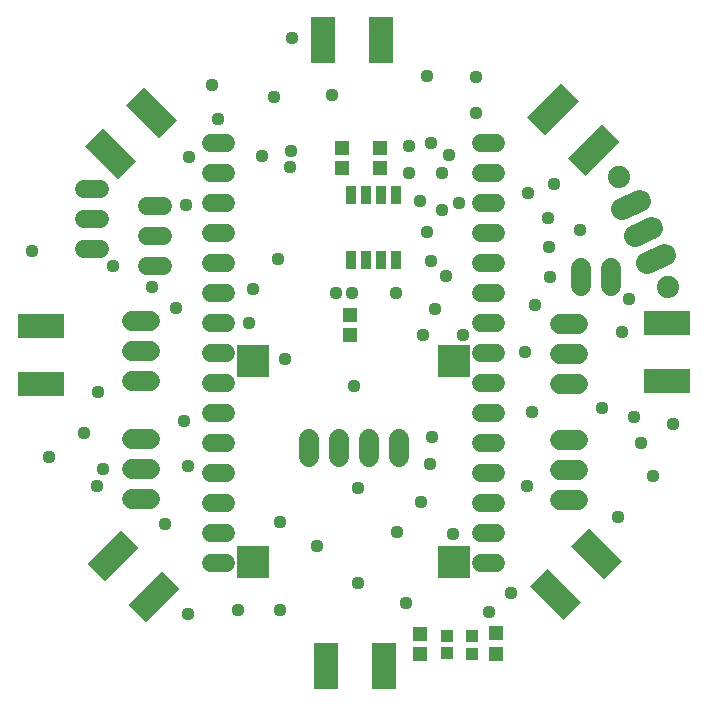
<source format=gbr>
G04 EAGLE Gerber RS-274X export*
G75*
%MOMM*%
%FSLAX34Y34*%
%LPD*%
%INSoldermask Top*%
%IPPOS*%
%AMOC8*
5,1,8,0,0,1.08239X$1,22.5*%
G01*
%ADD10C,1.524000*%
%ADD11C,1.727200*%
%ADD12R,2.133600X4.013200*%
%ADD13R,4.013200X2.133600*%
%ADD14C,1.511200*%
%ADD15R,2.743200X2.743200*%
%ADD16R,0.903200X1.503200*%
%ADD17R,1.303200X1.203200*%
%ADD18R,1.203200X1.303200*%
%ADD19R,1.003200X1.003200*%
%ADD20C,1.853200*%
%ADD21C,1.879600*%
%ADD22C,1.117600*%


D10*
X-52793Y419981D02*
X-39585Y419981D01*
X-39585Y369181D02*
X-52793Y369181D01*
X-52793Y394581D02*
X-39585Y394581D01*
D11*
X-50749Y322686D02*
X-65989Y322686D01*
X-65989Y297286D02*
X-50749Y297286D01*
X-50749Y271886D02*
X-65989Y271886D01*
X296418Y269566D02*
X311658Y269566D01*
X311658Y294966D02*
X296418Y294966D01*
X296418Y320366D02*
X311658Y320366D01*
X83869Y222654D02*
X83869Y207414D01*
X109269Y207414D02*
X109269Y222654D01*
X134669Y222654D02*
X134669Y207414D01*
X160069Y207414D02*
X160069Y222654D01*
X-50673Y171953D02*
X-65913Y171953D01*
X-65913Y197353D02*
X-50673Y197353D01*
X-50673Y222753D02*
X-65913Y222753D01*
X296880Y171100D02*
X312120Y171100D01*
X312120Y196500D02*
X296880Y196500D01*
X296880Y221900D02*
X312120Y221900D01*
D12*
X145193Y560036D03*
X96171Y560036D03*
D13*
G36*
X303652Y460564D02*
X332029Y488941D01*
X347116Y473854D01*
X318739Y445477D01*
X303652Y460564D01*
G37*
G36*
X268988Y495228D02*
X297365Y523605D01*
X312452Y508518D01*
X284075Y480141D01*
X268988Y495228D01*
G37*
X387016Y271840D03*
X387016Y320862D03*
G36*
X286433Y112862D02*
X314810Y84485D01*
X299723Y69398D01*
X271346Y97775D01*
X286433Y112862D01*
G37*
G36*
X321097Y147525D02*
X349474Y119148D01*
X334387Y104061D01*
X306010Y132438D01*
X321097Y147525D01*
G37*
D12*
X98790Y30049D03*
X147812Y30049D03*
D13*
G36*
X-60090Y130430D02*
X-88467Y102053D01*
X-103554Y117140D01*
X-75177Y145517D01*
X-60090Y130430D01*
G37*
G36*
X-25426Y95766D02*
X-53803Y67389D01*
X-68890Y82476D01*
X-40513Y110853D01*
X-25426Y95766D01*
G37*
X-143059Y318193D03*
X-143059Y269171D03*
G36*
X-42501Y477148D02*
X-70878Y505525D01*
X-55791Y520612D01*
X-27414Y492235D01*
X-42501Y477148D01*
G37*
G36*
X-77165Y442484D02*
X-105542Y470861D01*
X-90455Y485948D01*
X-62078Y457571D01*
X-77165Y442484D01*
G37*
D10*
X-92917Y383834D02*
X-106125Y383834D01*
X-106125Y434634D02*
X-92917Y434634D01*
X-92917Y409234D02*
X-106125Y409234D01*
D14*
X966Y473201D02*
X14046Y473201D01*
X14046Y447801D02*
X966Y447801D01*
X966Y422401D02*
X14046Y422401D01*
X14046Y397001D02*
X966Y397001D01*
X966Y371601D02*
X14046Y371601D01*
X14046Y346201D02*
X966Y346201D01*
X966Y320801D02*
X14046Y320801D01*
X14046Y295401D02*
X966Y295401D01*
X966Y270001D02*
X14046Y270001D01*
X14046Y244601D02*
X966Y244601D01*
X966Y219201D02*
X14046Y219201D01*
X14046Y193801D02*
X966Y193801D01*
X966Y168401D02*
X14046Y168401D01*
X14046Y143001D02*
X966Y143001D01*
X966Y117601D02*
X14046Y117601D01*
X229566Y473201D02*
X242646Y473201D01*
X242646Y447801D02*
X229566Y447801D01*
X229566Y422401D02*
X242646Y422401D01*
X242646Y397001D02*
X229566Y397001D01*
X229566Y371601D02*
X242646Y371601D01*
X242646Y346201D02*
X229566Y346201D01*
X229566Y320801D02*
X242646Y320801D01*
X242646Y295401D02*
X229566Y295401D01*
X229566Y270001D02*
X242646Y270001D01*
X242646Y244601D02*
X229566Y244601D01*
X229566Y219201D02*
X242646Y219201D01*
X242646Y193801D02*
X229566Y193801D01*
X229566Y168401D02*
X242646Y168401D01*
X242646Y143001D02*
X229566Y143001D01*
X229566Y117601D02*
X242646Y117601D01*
D15*
X36740Y118157D03*
X36740Y288337D03*
X206920Y118157D03*
X206920Y288337D03*
D11*
X339867Y352436D02*
X339867Y367676D01*
X314467Y367676D02*
X314467Y352436D01*
D16*
X144850Y374500D03*
X157550Y374500D03*
X132150Y374500D03*
X119450Y374500D03*
X144850Y429500D03*
X157550Y429500D03*
X132150Y429500D03*
X119450Y429500D03*
D17*
X178328Y57586D03*
X178328Y40586D03*
X242500Y58000D03*
X242500Y41000D03*
X144500Y469000D03*
X144500Y452000D03*
D18*
X119000Y328000D03*
X119000Y311000D03*
X112500Y452000D03*
X112500Y469000D03*
D19*
X200732Y41111D03*
X200732Y56111D03*
X222500Y41000D03*
X222500Y56000D03*
D20*
X370247Y371368D02*
X385321Y378079D01*
X374989Y401283D02*
X359916Y394572D01*
X349585Y417776D02*
X364658Y424487D01*
D21*
X388115Y351519D03*
X346790Y444335D03*
D22*
X159000Y144000D03*
X125500Y181000D03*
X206500Y142000D03*
X237000Y76000D03*
X255500Y92000D03*
X59500Y152500D03*
X214500Y311000D03*
X269500Y430500D03*
X180500Y311000D03*
X-95500Y182500D03*
X-18000Y200000D03*
X-94000Y262500D03*
X-106500Y228000D03*
X-48500Y351000D03*
X-19500Y421000D03*
X-17000Y461000D03*
X349500Y313500D03*
X332000Y249000D03*
X273000Y245500D03*
X392000Y235000D03*
X313500Y400000D03*
X178000Y424000D03*
X169000Y448000D03*
X54500Y512000D03*
X225500Y529500D03*
X184000Y530000D03*
X2500Y522500D03*
X288000Y360000D03*
X225500Y499000D03*
X190500Y332500D03*
X-82000Y369000D03*
X122000Y267500D03*
X-37500Y150500D03*
X70000Y562000D03*
X-150000Y381500D03*
X345500Y157000D03*
X375500Y191500D03*
X211500Y422500D03*
X292000Y438500D03*
X169000Y470500D03*
X269000Y183000D03*
X58000Y375000D03*
X359500Y241000D03*
X91000Y132000D03*
X-135500Y207000D03*
X68000Y453000D03*
X184500Y398000D03*
X33500Y321000D03*
X267500Y296500D03*
X276000Y336500D03*
X179000Y169500D03*
X126000Y101000D03*
X59500Y78000D03*
X24500Y78000D03*
X-18500Y74500D03*
X355000Y341500D03*
X365000Y219000D03*
X64000Y290000D03*
X-90000Y197500D03*
X69000Y466500D03*
X107500Y346500D03*
X7500Y493500D03*
X44500Y462000D03*
X196500Y448000D03*
X196500Y416500D03*
X37000Y350000D03*
X-21500Y238000D03*
X187500Y473000D03*
X-28500Y333500D03*
X202500Y463000D03*
X188500Y224500D03*
X186500Y201500D03*
X166500Y84000D03*
X103500Y513500D03*
X200000Y360500D03*
X287500Y385000D03*
X120500Y346500D03*
X157500Y346500D03*
X286500Y409500D03*
X187500Y373500D03*
M02*

</source>
